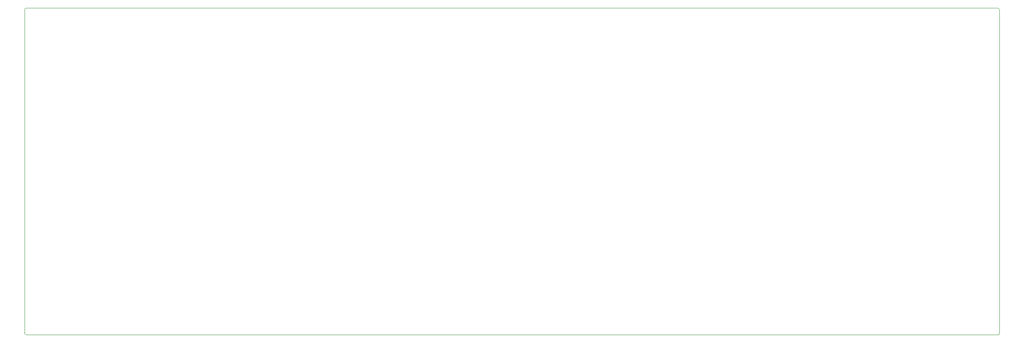
<source format=gbr>
%TF.GenerationSoftware,KiCad,Pcbnew,(5.1.10)-1*%
%TF.CreationDate,2022-03-07T16:55:32-05:00*%
%TF.ProjectId,ManySegmentDisplay,4d616e79-5365-4676-9d65-6e7444697370,rev?*%
%TF.SameCoordinates,Original*%
%TF.FileFunction,Profile,NP*%
%FSLAX46Y46*%
G04 Gerber Fmt 4.6, Leading zero omitted, Abs format (unit mm)*
G04 Created by KiCad (PCBNEW (5.1.10)-1) date 2022-03-07 16:55:32*
%MOMM*%
%LPD*%
G01*
G04 APERTURE LIST*
%TA.AperFunction,Profile*%
%ADD10C,0.050000*%
%TD*%
G04 APERTURE END LIST*
D10*
X54004936Y-139784111D02*
X261430000Y-139810000D01*
X53630000Y-70260000D02*
X53630000Y-139435000D01*
X261430000Y-69910000D02*
X53980000Y-69910000D01*
X261780000Y-139460000D02*
X261780000Y-70260000D01*
X53630000Y-70260000D02*
G75*
G02*
X53980000Y-69910000I350000J0D01*
G01*
X261430000Y-69910000D02*
G75*
G02*
X261780000Y-70260000I0J-350000D01*
G01*
X261780000Y-139460000D02*
G75*
G02*
X261430000Y-139810000I-350000J0D01*
G01*
X54004936Y-139784111D02*
G75*
G02*
X53630000Y-139435000I-24936J349111D01*
G01*
M02*

</source>
